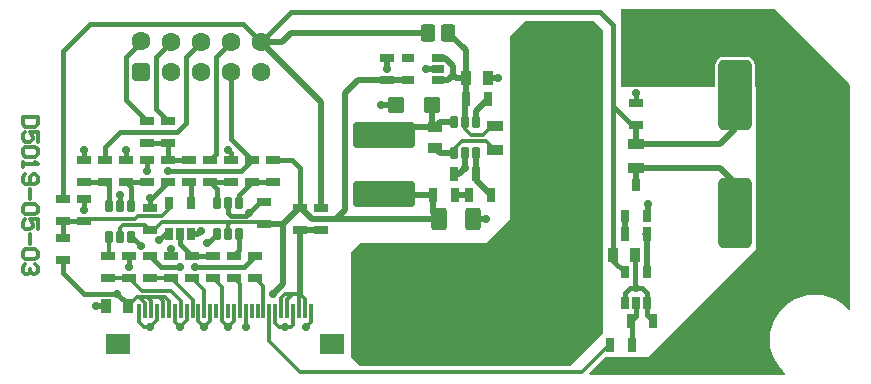
<source format=gtl>
G04*
G04 #@! TF.GenerationSoftware,Altium Limited,Altium Designer,20.1.11 (218)*
G04*
G04 Layer_Physical_Order=1*
G04 Layer_Color=255*
%FSLAX25Y25*%
%MOIN*%
G70*
G04*
G04 #@! TF.SameCoordinates,523F0657-F71E-4486-8054-8BA6F8F09657*
G04*
G04*
G04 #@! TF.FilePolarity,Positive*
G04*
G01*
G75*
G04:AMPARAMS|DCode=28|XSize=49.21mil|YSize=27.56mil|CornerRadius=2.76mil|HoleSize=0mil|Usage=FLASHONLY|Rotation=0.000|XOffset=0mil|YOffset=0mil|HoleType=Round|Shape=RoundedRectangle|*
%AMROUNDEDRECTD28*
21,1,0.04921,0.02205,0,0,0.0*
21,1,0.04370,0.02756,0,0,0.0*
1,1,0.00551,0.02185,-0.01102*
1,1,0.00551,-0.02185,-0.01102*
1,1,0.00551,-0.02185,0.01102*
1,1,0.00551,0.02185,0.01102*
%
%ADD28ROUNDEDRECTD28*%
G04:AMPARAMS|DCode=29|XSize=55.12mil|YSize=31.5mil|CornerRadius=3.15mil|HoleSize=0mil|Usage=FLASHONLY|Rotation=0.000|XOffset=0mil|YOffset=0mil|HoleType=Round|Shape=RoundedRectangle|*
%AMROUNDEDRECTD29*
21,1,0.05512,0.02520,0,0,0.0*
21,1,0.04882,0.03150,0,0,0.0*
1,1,0.00630,0.02441,-0.01260*
1,1,0.00630,-0.02441,-0.01260*
1,1,0.00630,-0.02441,0.01260*
1,1,0.00630,0.02441,0.01260*
%
%ADD29ROUNDEDRECTD29*%
G04:AMPARAMS|DCode=30|XSize=23.62mil|YSize=43.31mil|CornerRadius=2.36mil|HoleSize=0mil|Usage=FLASHONLY|Rotation=270.000|XOffset=0mil|YOffset=0mil|HoleType=Round|Shape=RoundedRectangle|*
%AMROUNDEDRECTD30*
21,1,0.02362,0.03858,0,0,270.0*
21,1,0.01890,0.04331,0,0,270.0*
1,1,0.00472,-0.01929,-0.00945*
1,1,0.00472,-0.01929,0.00945*
1,1,0.00472,0.01929,0.00945*
1,1,0.00472,0.01929,-0.00945*
%
%ADD30ROUNDEDRECTD30*%
G04:AMPARAMS|DCode=31|XSize=236.22mil|YSize=110.24mil|CornerRadius=16.54mil|HoleSize=0mil|Usage=FLASHONLY|Rotation=90.000|XOffset=0mil|YOffset=0mil|HoleType=Round|Shape=RoundedRectangle|*
%AMROUNDEDRECTD31*
21,1,0.23622,0.07717,0,0,90.0*
21,1,0.20315,0.11024,0,0,90.0*
1,1,0.03307,0.03858,0.10158*
1,1,0.03307,0.03858,-0.10158*
1,1,0.03307,-0.03858,-0.10158*
1,1,0.03307,-0.03858,0.10158*
%
%ADD31ROUNDEDRECTD31*%
%ADD32R,0.01181X0.05118*%
%ADD33R,0.07874X0.07087*%
G04:AMPARAMS|DCode=34|XSize=57.09mil|YSize=49.21mil|CornerRadius=9.84mil|HoleSize=0mil|Usage=FLASHONLY|Rotation=90.000|XOffset=0mil|YOffset=0mil|HoleType=Round|Shape=RoundedRectangle|*
%AMROUNDEDRECTD34*
21,1,0.05709,0.02953,0,0,90.0*
21,1,0.03740,0.04921,0,0,90.0*
1,1,0.01968,0.01476,0.01870*
1,1,0.01968,0.01476,-0.01870*
1,1,0.01968,-0.01476,-0.01870*
1,1,0.01968,-0.01476,0.01870*
%
%ADD34ROUNDEDRECTD34*%
G04:AMPARAMS|DCode=35|XSize=23.62mil|YSize=43.31mil|CornerRadius=2.36mil|HoleSize=0mil|Usage=FLASHONLY|Rotation=180.000|XOffset=0mil|YOffset=0mil|HoleType=Round|Shape=RoundedRectangle|*
%AMROUNDEDRECTD35*
21,1,0.02362,0.03858,0,0,180.0*
21,1,0.01890,0.04331,0,0,180.0*
1,1,0.00472,-0.00945,0.01929*
1,1,0.00472,0.00945,0.01929*
1,1,0.00472,0.00945,-0.01929*
1,1,0.00472,-0.00945,-0.01929*
%
%ADD35ROUNDEDRECTD35*%
G04:AMPARAMS|DCode=36|XSize=49.21mil|YSize=27.56mil|CornerRadius=2.76mil|HoleSize=0mil|Usage=FLASHONLY|Rotation=270.000|XOffset=0mil|YOffset=0mil|HoleType=Round|Shape=RoundedRectangle|*
%AMROUNDEDRECTD36*
21,1,0.04921,0.02205,0,0,270.0*
21,1,0.04370,0.02756,0,0,270.0*
1,1,0.00551,-0.01102,-0.02185*
1,1,0.00551,-0.01102,0.02185*
1,1,0.00551,0.01102,0.02185*
1,1,0.00551,0.01102,-0.02185*
%
%ADD36ROUNDEDRECTD36*%
G04:AMPARAMS|DCode=37|XSize=23.62mil|YSize=43.31mil|CornerRadius=5.91mil|HoleSize=0mil|Usage=FLASHONLY|Rotation=0.000|XOffset=0mil|YOffset=0mil|HoleType=Round|Shape=RoundedRectangle|*
%AMROUNDEDRECTD37*
21,1,0.02362,0.03150,0,0,0.0*
21,1,0.01181,0.04331,0,0,0.0*
1,1,0.01181,0.00591,-0.01575*
1,1,0.01181,-0.00591,-0.01575*
1,1,0.01181,-0.00591,0.01575*
1,1,0.01181,0.00591,0.01575*
%
%ADD37ROUNDEDRECTD37*%
G04:AMPARAMS|DCode=38|XSize=55.12mil|YSize=51.18mil|CornerRadius=5.12mil|HoleSize=0mil|Usage=FLASHONLY|Rotation=270.000|XOffset=0mil|YOffset=0mil|HoleType=Round|Shape=RoundedRectangle|*
%AMROUNDEDRECTD38*
21,1,0.05512,0.04095,0,0,270.0*
21,1,0.04488,0.05118,0,0,270.0*
1,1,0.01024,-0.02047,-0.02244*
1,1,0.01024,-0.02047,0.02244*
1,1,0.01024,0.02047,0.02244*
1,1,0.01024,0.02047,-0.02244*
%
%ADD38ROUNDEDRECTD38*%
G04:AMPARAMS|DCode=39|XSize=86.61mil|YSize=204.72mil|CornerRadius=8.66mil|HoleSize=0mil|Usage=FLASHONLY|Rotation=90.000|XOffset=0mil|YOffset=0mil|HoleType=Round|Shape=RoundedRectangle|*
%AMROUNDEDRECTD39*
21,1,0.08661,0.18740,0,0,90.0*
21,1,0.06929,0.20472,0,0,90.0*
1,1,0.01732,0.09370,0.03465*
1,1,0.01732,0.09370,-0.03465*
1,1,0.01732,-0.09370,-0.03465*
1,1,0.01732,-0.09370,0.03465*
%
%ADD39ROUNDEDRECTD39*%
G04:AMPARAMS|DCode=40|XSize=72.84mil|YSize=51.18mil|CornerRadius=7.68mil|HoleSize=0mil|Usage=FLASHONLY|Rotation=270.000|XOffset=0mil|YOffset=0mil|HoleType=Round|Shape=RoundedRectangle|*
%AMROUNDEDRECTD40*
21,1,0.07284,0.03583,0,0,270.0*
21,1,0.05748,0.05118,0,0,270.0*
1,1,0.01535,-0.01791,-0.02874*
1,1,0.01535,-0.01791,0.02874*
1,1,0.01535,0.01791,0.02874*
1,1,0.01535,0.01791,-0.02874*
%
%ADD40ROUNDEDRECTD40*%
G04:AMPARAMS|DCode=41|XSize=49.21mil|YSize=31.5mil|CornerRadius=3.15mil|HoleSize=0mil|Usage=FLASHONLY|Rotation=90.000|XOffset=0mil|YOffset=0mil|HoleType=Round|Shape=RoundedRectangle|*
%AMROUNDEDRECTD41*
21,1,0.04921,0.02520,0,0,90.0*
21,1,0.04291,0.03150,0,0,90.0*
1,1,0.00630,0.01260,0.02146*
1,1,0.00630,0.01260,-0.02146*
1,1,0.00630,-0.01260,-0.02146*
1,1,0.00630,-0.01260,0.02146*
%
%ADD41ROUNDEDRECTD41*%
G04:AMPARAMS|DCode=42|XSize=49.21mil|YSize=31.5mil|CornerRadius=3.15mil|HoleSize=0mil|Usage=FLASHONLY|Rotation=180.000|XOffset=0mil|YOffset=0mil|HoleType=Round|Shape=RoundedRectangle|*
%AMROUNDEDRECTD42*
21,1,0.04921,0.02520,0,0,180.0*
21,1,0.04291,0.03150,0,0,180.0*
1,1,0.00630,-0.02146,0.01260*
1,1,0.00630,0.02146,0.01260*
1,1,0.00630,0.02146,-0.01260*
1,1,0.00630,-0.02146,-0.01260*
%
%ADD42ROUNDEDRECTD42*%
%ADD43C,0.01575*%
%ADD44C,0.01968*%
%ADD45C,0.01181*%
%ADD46C,0.01200*%
G04:AMPARAMS|DCode=47|XSize=62.99mil|YSize=62.99mil|CornerRadius=15.75mil|HoleSize=0mil|Usage=FLASHONLY|Rotation=0.000|XOffset=0mil|YOffset=0mil|HoleType=Round|Shape=RoundedRectangle|*
%AMROUNDEDRECTD47*
21,1,0.06299,0.03150,0,0,0.0*
21,1,0.03150,0.06299,0,0,0.0*
1,1,0.03150,0.01575,-0.01575*
1,1,0.03150,-0.01575,-0.01575*
1,1,0.03150,-0.01575,0.01575*
1,1,0.03150,0.01575,0.01575*
%
%ADD47ROUNDEDRECTD47*%
%ADD48C,0.06299*%
%ADD49C,0.02756*%
G36*
X198000Y122000D02*
X201000Y119000D01*
X201000Y18000D01*
X190000Y7000D01*
X120000D01*
X117000Y10000D01*
X117000Y45000D01*
X120000Y48000D01*
X162000Y48000D01*
X170000Y56000D01*
Y117000D01*
X175000Y122000D01*
X198000Y122000D01*
D02*
G37*
G36*
X283431Y100717D02*
Y25741D01*
X282962Y25568D01*
X282276Y26371D01*
X280484Y27902D01*
X278474Y29133D01*
X276296Y30035D01*
X274004Y30586D01*
X271654Y30771D01*
X269303Y30586D01*
X267011Y30035D01*
X264833Y29133D01*
X262823Y27902D01*
X261031Y26371D01*
X259500Y24578D01*
X258268Y22568D01*
X257366Y20390D01*
X256816Y18098D01*
X256631Y15748D01*
X256816Y13398D01*
X257366Y11106D01*
X258268Y8928D01*
X259500Y6918D01*
X261031Y5125D01*
X261799Y4469D01*
X261626Y4000D01*
X196653Y4000D01*
X196462Y4462D01*
X202000Y10000D01*
X216000Y10000D01*
X252000Y46000D01*
X252000Y100000D01*
X251535D01*
Y107343D01*
X251444Y108035D01*
X251176Y108681D01*
X250751Y109235D01*
X250197Y109660D01*
X249551Y109928D01*
X248858Y110019D01*
X241142D01*
X240449Y109928D01*
X239804Y109660D01*
X239249Y109235D01*
X238824Y108681D01*
X238557Y108035D01*
X238465Y107343D01*
Y100000D01*
X207000Y100000D01*
X207000Y125950D01*
X258198D01*
X283431Y100717D01*
D02*
G37*
D28*
X212000Y87260D02*
D03*
Y94740D02*
D03*
X129000Y102260D02*
D03*
Y109740D02*
D03*
X107000Y59740D02*
D03*
Y52260D02*
D03*
X100000Y59740D02*
D03*
Y52260D02*
D03*
X56000Y88709D02*
D03*
Y81228D02*
D03*
X88000Y54260D02*
D03*
Y61740D02*
D03*
X63000Y75709D02*
D03*
Y68228D02*
D03*
X56000Y75709D02*
D03*
Y68228D02*
D03*
X21000Y42260D02*
D03*
Y49740D02*
D03*
X64000Y43740D02*
D03*
Y36260D02*
D03*
X21000Y62740D02*
D03*
Y55260D02*
D03*
X42000Y75709D02*
D03*
Y68228D02*
D03*
X49000Y75709D02*
D03*
Y68228D02*
D03*
X78000Y43740D02*
D03*
Y36260D02*
D03*
X84000Y75709D02*
D03*
Y68228D02*
D03*
X91000Y68228D02*
D03*
Y75709D02*
D03*
X36000Y43740D02*
D03*
Y36260D02*
D03*
X35000Y75709D02*
D03*
Y68228D02*
D03*
X50000Y43740D02*
D03*
Y36260D02*
D03*
X70000Y75709D02*
D03*
Y68228D02*
D03*
X71000Y43740D02*
D03*
Y36260D02*
D03*
X28000Y68228D02*
D03*
Y75709D02*
D03*
X43000Y36260D02*
D03*
Y43740D02*
D03*
X57000Y36260D02*
D03*
Y43740D02*
D03*
X50000Y52260D02*
D03*
Y59740D02*
D03*
X28000Y55260D02*
D03*
Y62740D02*
D03*
X77000Y68228D02*
D03*
Y75709D02*
D03*
X49000Y88709D02*
D03*
Y81228D02*
D03*
X85000Y43740D02*
D03*
Y36260D02*
D03*
D29*
X212000Y80937D02*
D03*
Y73063D02*
D03*
X165000Y79063D02*
D03*
Y86937D02*
D03*
D30*
X135882Y102260D02*
D03*
Y109740D02*
D03*
X146118D02*
D03*
Y106000D02*
D03*
Y102260D02*
D03*
D31*
X245000Y97185D02*
D03*
Y57815D02*
D03*
D32*
X103543Y25189D02*
D03*
X101575D02*
D03*
X99606D02*
D03*
X97638D02*
D03*
X95669D02*
D03*
X93701D02*
D03*
X91732D02*
D03*
X81890D02*
D03*
X79921D02*
D03*
X77953D02*
D03*
X62205D02*
D03*
X60236D02*
D03*
X46457D02*
D03*
X48425D02*
D03*
X50394D02*
D03*
X52362D02*
D03*
X54331D02*
D03*
X56299D02*
D03*
X58268D02*
D03*
X64173D02*
D03*
X66142D02*
D03*
X68110D02*
D03*
X70079D02*
D03*
X72047D02*
D03*
X74016D02*
D03*
X75984D02*
D03*
X83858D02*
D03*
X85827D02*
D03*
X87795D02*
D03*
X89764D02*
D03*
D33*
X39370Y14362D02*
D03*
X110630D02*
D03*
D34*
X149445Y118000D02*
D03*
X142555D02*
D03*
D35*
X208260Y38118D02*
D03*
X215740D02*
D03*
Y27882D02*
D03*
X212000D02*
D03*
X208260D02*
D03*
X56260Y61118D02*
D03*
X63740D02*
D03*
Y50882D02*
D03*
X60000D02*
D03*
X56260D02*
D03*
X208260Y56882D02*
D03*
X215740D02*
D03*
X212000Y67118D02*
D03*
D36*
X210740Y14000D02*
D03*
X203260D02*
D03*
X155260Y96000D02*
D03*
X162740D02*
D03*
X163740Y64000D02*
D03*
X156260D02*
D03*
X151260Y71000D02*
D03*
X158740D02*
D03*
X210260Y22000D02*
D03*
X217740D02*
D03*
X215740Y51000D02*
D03*
X208260D02*
D03*
X151740Y64000D02*
D03*
X144260D02*
D03*
D37*
X43740Y60118D02*
D03*
Y49882D02*
D03*
X79740Y61118D02*
D03*
X72260D02*
D03*
Y50882D02*
D03*
X79740D02*
D03*
X40000Y49882D02*
D03*
X36260D02*
D03*
Y60118D02*
D03*
X40000D02*
D03*
X151260Y88118D02*
D03*
X155000D02*
D03*
X158740D02*
D03*
Y77882D02*
D03*
X155000D02*
D03*
X151260D02*
D03*
X76000Y50882D02*
D03*
Y61118D02*
D03*
D38*
X132095Y94000D02*
D03*
X143905D02*
D03*
D39*
X128000Y83842D02*
D03*
Y64157D02*
D03*
D40*
X146291Y56000D02*
D03*
X157709D02*
D03*
D41*
X35457Y27000D02*
D03*
X42543D02*
D03*
X162543Y103000D02*
D03*
X155457D02*
D03*
X204457Y44000D02*
D03*
X211543D02*
D03*
D42*
X145000Y79457D02*
D03*
Y86543D02*
D03*
D43*
X210740Y87260D02*
X212000D01*
X204457Y93543D02*
X210740Y87260D01*
X204457Y44000D02*
Y93543D01*
Y120543D01*
X212000Y94740D02*
Y98000D01*
X215740Y24000D02*
X217740Y22000D01*
X215740Y24000D02*
Y27882D01*
X211543Y33457D02*
X212000Y33000D01*
X211543Y33457D02*
Y44000D01*
X212000Y33000D02*
X214000D01*
X215740Y31260D01*
Y27882D02*
Y31260D01*
X210000Y33000D02*
X212000D01*
X208260Y31260D02*
X210000Y33000D01*
X208260Y27882D02*
Y31260D01*
X210260Y22000D02*
X212000Y23740D01*
Y27882D01*
X210260Y22000D02*
X210740Y21520D01*
Y14000D02*
Y21520D01*
X204457Y41921D02*
X208260Y38118D01*
X204457Y41921D02*
Y44000D01*
X200000Y125000D02*
X204457Y120543D01*
X97000Y125000D02*
X200000D01*
X87000Y115000D02*
X97000Y125000D01*
X100000Y60000D02*
Y73000D01*
X53740Y40000D02*
X60000D01*
X44118Y49882D02*
X47000Y47000D01*
X43740Y49882D02*
X44118D01*
X81260Y40000D02*
X85000Y43740D01*
X65000Y40000D02*
X81260D01*
X84000Y68228D02*
X84000Y68228D01*
X91000D01*
X79740Y63968D02*
X84000Y68228D01*
X79740Y61118D02*
Y63968D01*
X70000Y68228D02*
X72260Y65969D01*
X70000Y68228D02*
X70000Y68228D01*
X72260Y61118D02*
Y65969D01*
X42000Y68228D02*
X49000D01*
X42000D02*
X43740Y66488D01*
Y60118D02*
Y66488D01*
X43000Y40000D02*
Y43740D01*
X50000D02*
X53740Y40000D01*
X69000Y48000D02*
X69378D01*
X72260Y50882D01*
X42543Y27000D02*
Y27457D01*
X39000Y31000D02*
X42543Y27457D01*
X78000Y43740D02*
X79740Y45480D01*
Y50882D01*
X64000Y43740D02*
X71000D01*
X60000Y47740D02*
X64000Y43740D01*
X60000Y47740D02*
Y50882D01*
X53000Y49000D02*
X54882Y50882D01*
X56260D01*
X77000Y82709D02*
X84000Y75709D01*
X77000Y82709D02*
Y105000D01*
X56000Y71969D02*
X80260D01*
X84000Y75709D01*
X28000Y31000D02*
X39000D01*
X21000Y38000D02*
X28000Y31000D01*
X76000Y79000D02*
X77000Y78000D01*
Y75709D02*
Y78000D01*
X42000Y75709D02*
Y79000D01*
X28000Y75709D02*
Y79000D01*
X21000Y62740D02*
Y112000D01*
X30000Y121000D01*
X81000D01*
X87000Y115000D01*
X50000Y63000D02*
X50772D01*
X56000Y68228D01*
X70000Y75709D02*
X72000Y77709D01*
Y110000D01*
X77000Y115000D01*
X42000Y95709D02*
X49000Y88709D01*
X42000Y95709D02*
Y110000D01*
X47000Y115000D01*
X52000Y92709D02*
X56000Y88709D01*
X52000Y92709D02*
Y110000D01*
X57000Y115000D01*
X49000Y71969D02*
Y75709D01*
X56000D02*
Y81228D01*
X35000Y80000D02*
X40000Y85000D01*
X35000Y75709D02*
Y80000D01*
X40000Y85000D02*
X59000D01*
X62000Y88000D01*
X97291Y75709D02*
X100000Y73000D01*
X91000Y75709D02*
X97291D01*
X63000Y68228D02*
X63740Y67488D01*
Y61118D02*
Y67488D01*
X70000Y68228D02*
X77000D01*
X35000D02*
X36260Y66969D01*
Y60118D02*
Y66969D01*
X21000Y38000D02*
Y42260D01*
X62000Y88000D02*
Y110000D01*
X49000Y81228D02*
X56000D01*
X62000Y110000D02*
X67000Y115000D01*
X28000Y59000D02*
Y62740D01*
X40000Y60118D02*
Y64000D01*
X50000Y59740D02*
Y63000D01*
X28000Y68228D02*
X35000D01*
X56000Y75709D02*
X63000D01*
X83000Y58000D02*
X86740Y61740D01*
X88000D01*
X82000Y57000D02*
X83000Y58000D01*
X77000Y57000D02*
X82000D01*
X76000Y58000D02*
X77000Y57000D01*
X76000Y58000D02*
Y61118D01*
X28000Y55260D02*
X28000Y55260D01*
X21000Y55260D02*
X28000D01*
X21000Y49740D02*
Y55260D01*
D44*
X148260Y109740D02*
X151000Y107000D01*
X146118Y109740D02*
X148260D01*
X151000Y104000D02*
Y107000D01*
Y104000D02*
X152000Y103000D01*
X149260Y102260D02*
X151000Y104000D01*
X146118Y102260D02*
X149260D01*
X152000Y103000D02*
X155260D01*
Y112185D01*
Y96000D02*
Y103000D01*
X155457D01*
X215740Y38118D02*
Y50260D01*
X215000Y51000D02*
X215740Y50260D01*
X208000Y51000D02*
X208260Y51260D01*
Y56882D01*
X215740D02*
X216000Y57142D01*
Y61000D01*
X212000Y67118D02*
Y73000D01*
X240000D01*
X245000Y57815D02*
Y68000D01*
X240000Y73000D02*
X245000Y68000D01*
X212000Y80937D02*
X212063Y81000D01*
X240000D01*
X245000Y86000D01*
Y97185D01*
X212000Y80937D02*
Y87260D01*
X142000Y106000D02*
X146118D01*
X129000D02*
Y109740D01*
X112000Y56000D02*
X115000Y59000D01*
Y98000D02*
X119260Y102260D01*
X115000Y59000D02*
Y98000D01*
X112000Y56000D02*
X146291D01*
X104000D02*
X112000D01*
X119260Y102260D02*
X129000D01*
X135882D01*
X155000Y88118D02*
Y95740D01*
X149445Y118000D02*
X155260Y112185D01*
X155000Y95740D02*
X155260Y96000D01*
X87000Y115000D02*
X94000D01*
X97000Y118000D02*
X142555D01*
X94000Y115000D02*
X97000Y118000D01*
X87000Y115000D02*
X107000Y95000D01*
X94260Y54260D02*
X100000Y60000D01*
X94260Y34260D02*
Y54260D01*
X91000Y31000D02*
X94260Y34260D01*
X107000Y59740D02*
Y95000D01*
X100000Y52260D02*
X107000D01*
X100000Y31000D02*
Y52260D01*
Y60000D02*
X104000Y56000D01*
X88000Y54260D02*
X94260D01*
X65882Y50882D02*
X67000Y52000D01*
X63740Y50882D02*
X65882D01*
X57000Y43740D02*
Y46000D01*
X32000Y27000D02*
X35457D01*
X127000Y94000D02*
X132095D01*
X145000Y86543D02*
X146575Y88118D01*
X151260D01*
X143905Y87638D02*
X145000Y86543D01*
X143905Y87638D02*
Y94000D01*
X130701Y86543D02*
X145000D01*
X128000Y83842D02*
X130701Y86543D01*
X145000Y79457D02*
X146575Y77882D01*
X151260D01*
X162543Y103000D02*
X166000D01*
X158740Y92000D02*
X162740Y96000D01*
X158740Y88118D02*
Y92000D01*
X153000Y71000D02*
X155000Y73000D01*
X151260Y71000D02*
X153000D01*
X155000Y73000D02*
Y77882D01*
X158740Y69000D02*
X163740Y64000D01*
X158740Y69000D02*
Y71000D01*
Y77882D01*
X157709Y56000D02*
X162000D01*
X151740Y64000D02*
X156260D01*
X144260Y58031D02*
X146291Y56000D01*
X144260Y58031D02*
Y64000D01*
X128157D02*
X144260D01*
X128000Y64157D02*
X128157Y64000D01*
D45*
X155000Y86000D02*
Y88118D01*
Y86000D02*
X157000Y84000D01*
X161000D01*
X163937Y86937D01*
X165000D01*
X97500Y31000D02*
X100000D01*
X95000D02*
X97500D01*
X95669Y29169D02*
X97500Y31000D01*
X95669Y25189D02*
Y29169D01*
X99606Y30606D02*
X100000Y31000D01*
X99606Y25189D02*
Y30606D01*
X93701Y29701D02*
X95000Y31000D01*
X93701Y25189D02*
Y29701D01*
X100000Y31000D02*
X101575Y29425D01*
Y25189D02*
Y29425D01*
X77000Y55000D02*
X88000D01*
X71000Y36260D02*
X74016Y33244D01*
Y25189D02*
Y33244D01*
X89764Y15236D02*
X100000Y5000D01*
X89764Y15236D02*
Y25189D01*
X87795D02*
Y33465D01*
X102000Y20000D02*
X103543Y21543D01*
Y25189D01*
X95000Y20000D02*
X97000D01*
X97638Y20638D01*
Y25189D01*
X93000Y20000D02*
X95000D01*
X91732Y21268D02*
X93000Y20000D01*
X91732Y21268D02*
Y25189D01*
X81890Y20110D02*
X82000Y20000D01*
X81890Y20110D02*
Y25189D01*
X76000Y20000D02*
X77953Y21953D01*
Y25189D01*
X74016Y21984D02*
X76000Y20000D01*
X74016Y21984D02*
Y25189D01*
X68000Y20000D02*
X70079Y22079D01*
Y25189D01*
X66142Y21858D02*
X68000Y20000D01*
X66142Y21858D02*
Y25189D01*
X60000Y20000D02*
X62205Y22205D01*
Y25189D01*
X58268Y21732D02*
X60000Y20000D01*
X58268Y21732D02*
Y25189D01*
X52175Y22175D02*
X52362Y22362D01*
X50000Y20000D02*
X51439Y21439D01*
X52175Y22137D02*
Y22175D01*
X51477Y21439D02*
X52175Y22137D01*
X51439Y21439D02*
X51477D01*
X52362Y22362D02*
Y25189D01*
X48000Y20000D02*
X50000D01*
X46457Y21543D02*
X48000Y20000D01*
X46457Y21543D02*
Y25189D01*
X46479Y30000D02*
X48425Y28054D01*
Y25189D02*
Y28054D01*
X45543Y30000D02*
X46479D01*
X50394Y25189D02*
Y28607D01*
X49000Y30000D02*
X50394Y28607D01*
X49000Y30000D02*
X53000D01*
X46479D02*
X49000D01*
X53000D02*
X55000D01*
X53000D02*
X54331Y28669D01*
Y25189D02*
Y28669D01*
X42543Y27000D02*
X45543Y30000D01*
X55000D02*
X56299Y28701D01*
Y25189D02*
Y28701D01*
X36000Y43740D02*
X36260Y44000D01*
Y49882D01*
X36000Y36260D02*
X36000Y36260D01*
X43000D01*
X47260Y32000D01*
X57000D01*
X60236Y28764D01*
Y25189D02*
Y28764D01*
X57000Y36260D02*
X57000Y36260D01*
X50000Y36260D02*
X57000D01*
X57000Y36260D02*
X64173Y29087D01*
Y25189D02*
Y29087D01*
X64000Y36260D02*
X68110Y32150D01*
Y25189D02*
Y32150D01*
X78000Y36260D02*
X79921Y34339D01*
Y25189D02*
Y34339D01*
X85000Y36260D02*
X87795Y33465D01*
X85000Y36000D02*
Y36260D01*
X78000Y36000D02*
Y36260D01*
X162063Y82000D02*
X165000Y79063D01*
X154000Y82000D02*
X162063D01*
X151260Y79260D02*
X154000Y82000D01*
X151260Y77882D02*
Y79260D01*
X100000Y5000D02*
X194000Y5000D01*
X203010Y14010D01*
X54000Y55000D02*
X77000D01*
X76000Y54000D02*
X77000Y55000D01*
X76000Y50882D02*
Y54000D01*
X51260Y52260D02*
X54000Y55000D01*
X50000Y52260D02*
X51260D01*
X40000Y49882D02*
Y53000D01*
X41000Y54000D01*
X48260D01*
X50000Y52260D01*
X28000Y55260D02*
X28740Y56000D01*
X45000D02*
X46000Y57000D01*
X28740Y56000D02*
X45000D01*
X56260Y59260D02*
Y61118D01*
X54000Y57000D02*
X56260Y59260D01*
X46000Y57000D02*
X54000D01*
D46*
X12498Y90000D02*
X7500D01*
Y87501D01*
X8333Y86668D01*
X11665D01*
X12498Y87501D01*
Y90000D01*
Y81669D02*
Y85002D01*
X9999D01*
X10832Y83336D01*
Y82502D01*
X9999Y81669D01*
X8333D01*
X7500Y82502D01*
Y84169D01*
X8333Y85002D01*
X11665Y80003D02*
X12498Y79170D01*
Y77504D01*
X11665Y76671D01*
X8333D01*
X7500Y77504D01*
Y79170D01*
X8333Y80003D01*
X11665D01*
X7500Y75005D02*
Y73339D01*
Y74172D01*
X12498D01*
X11665Y75005D01*
X8333Y70840D02*
X7500Y70007D01*
Y68340D01*
X8333Y67507D01*
X11665D01*
X12498Y68340D01*
Y70007D01*
X11665Y70840D01*
X10832D01*
X9999Y70007D01*
Y67507D01*
Y65841D02*
Y62509D01*
X11665Y60843D02*
X12498Y60010D01*
Y58344D01*
X11665Y57511D01*
X8333D01*
X7500Y58344D01*
Y60010D01*
X8333Y60843D01*
X11665D01*
X12498Y52512D02*
Y55844D01*
X9999D01*
X10832Y54178D01*
Y53345D01*
X9999Y52512D01*
X8333D01*
X7500Y53345D01*
Y55011D01*
X8333Y55844D01*
X9999Y50846D02*
Y47514D01*
X11665Y45848D02*
X12498Y45015D01*
Y43349D01*
X11665Y42515D01*
X8333D01*
X7500Y43349D01*
Y45015D01*
X8333Y45848D01*
X11665D01*
Y40849D02*
X12498Y40016D01*
Y38350D01*
X11665Y37517D01*
X10832D01*
X9999Y38350D01*
Y39183D01*
Y38350D01*
X9166Y37517D01*
X8333D01*
X7500Y38350D01*
Y40016D01*
X8333Y40849D01*
D47*
X47000Y105000D02*
D03*
D48*
Y115118D02*
D03*
X57000Y105000D02*
D03*
Y115000D02*
D03*
X67000Y105000D02*
D03*
Y115000D02*
D03*
X77000Y105000D02*
D03*
Y115000D02*
D03*
X87000Y105000D02*
D03*
Y115000D02*
D03*
D49*
X212000Y98000D02*
D03*
X216000Y61000D02*
D03*
X129000Y106000D02*
D03*
X142000D02*
D03*
X60000Y40000D02*
D03*
X67000Y52000D02*
D03*
X47000Y47000D02*
D03*
X65000Y40000D02*
D03*
X69000Y48000D02*
D03*
X91000Y31000D02*
D03*
X53000Y49000D02*
D03*
X56000Y71969D02*
D03*
X102000Y20000D02*
D03*
X82000D02*
D03*
X76000D02*
D03*
X68000D02*
D03*
X60000D02*
D03*
X39000Y31000D02*
D03*
X57000Y46000D02*
D03*
X49000Y71969D02*
D03*
X28000Y59000D02*
D03*
X40000Y64000D02*
D03*
X203000Y6000D02*
D03*
X210000Y103000D02*
D03*
X32000Y27000D02*
D03*
X43000Y40000D02*
D03*
X28000Y79000D02*
D03*
X83000Y58000D02*
D03*
X162000Y56000D02*
D03*
X127000Y94000D02*
D03*
X42000Y79000D02*
D03*
X50000Y63000D02*
D03*
X227000Y14000D02*
D03*
X257000Y6000D02*
D03*
X281000Y31000D02*
D03*
Y100000D02*
D03*
X255000Y102000D02*
D03*
X257000Y123000D02*
D03*
X169000Y49000D02*
D03*
X252000Y38000D02*
D03*
X197000Y118000D02*
D03*
X189000Y10000D02*
D03*
X198000Y19000D02*
D03*
X176000Y118000D02*
D03*
X121000Y11000D02*
D03*
Y44000D02*
D03*
X166000Y103000D02*
D03*
X155000Y73000D02*
D03*
X76000Y79000D02*
D03*
X50000Y20000D02*
D03*
X212000Y33000D02*
D03*
X210000Y123000D02*
D03*
X95000Y20000D02*
D03*
M02*

</source>
